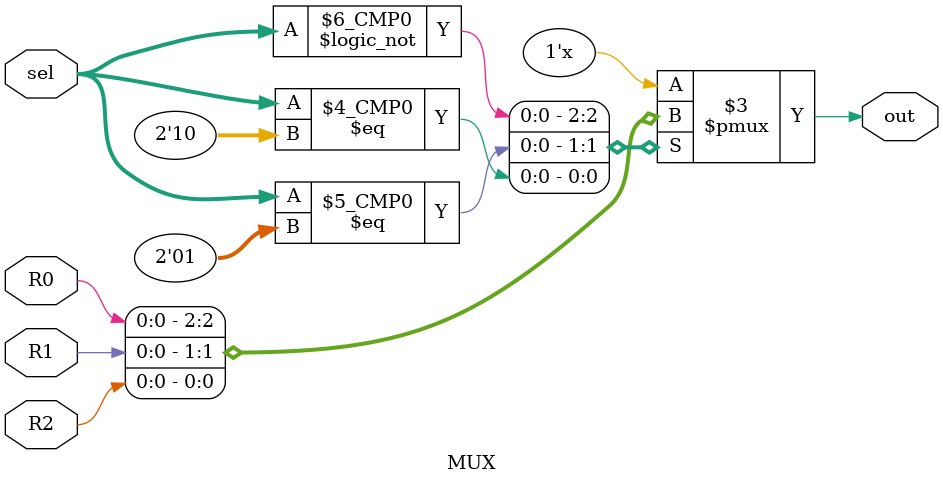
<source format=sv>
module datapath(clk,Rd,w,in,sel,Ri,Rj,lsb,aop,loadb,out);
    input clk, w, sel, loadb;
    input [1:0] Rd, Ri, Rj;
    input [15:0] in;
    input [1:0] aop;
    output lsb;
    output [15:0] out;

    reg [15:0] in1;
    reg [2:0] load;
    reg [15:0] R0, R1, R2, iout, jout, aout;
    reg aL;
    reg lsb;

    always_ff @(clk) begin
        R0 = (w & load[0]) ? in1 : R0;
        R1 = (w & load[1]) ? in1 : R1;
        R2 = (w & load[2]) ? in1 : R2;
        lsb = loadb ? aL : lsb;
    end

    assign in1 = sel ? in : aout;
    
    MUX mux1(Ri, R0, R1, R2, iout);
    MUX mux2(Ri, R0, R1, R2, jout);

    always_comb begin
        case(aop)
            2'b00: aout = iout >> 1'b1;
            2'b01: aout = iout << 1'b1;
            2'b10: aout = iout + jout;
            2'b11: aout = iout;
        endcase
        case(Rd)
            2'b00: load = 3'b001;
            2'b01: load = 3'b010;
            2'b10: load = 3'b100;
            default: load = 3'bxxx;
        endcase
    end

    assign aL = !aout[0];
    assign out = R2;
endmodule

// Multiplexer for Ri and Rj
module MUX(sel, R0, R1, R2, out);
    input [15:0] R0, R1, R2;
    input [1:0] sel;
    output out;
    reg out;

    always_comb begin
        case(sel)
            2'b00: out = R0;
            2'b01: out = R1;
            2'b10: out = R2;
            default: out = {16{1'bx}};
        endcase
    end
endmodule

</source>
